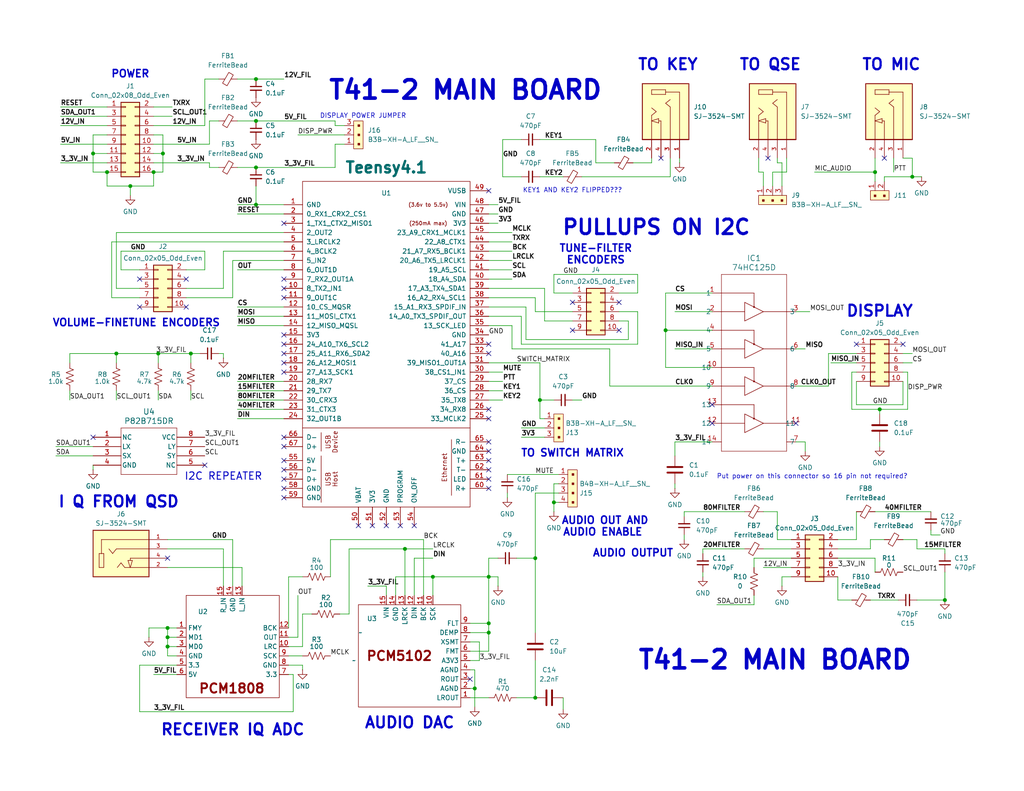
<source format=kicad_sch>
(kicad_sch (version 20231120) (generator "eeschema") (generator_version "8.0")
  (paper "USLetter")
  (title_block (title "T41-2 Main Board") (date "2024-09-17") (rev "1.2"))
  (junction (at 146.05 152.4))
  (junction (at 257.81 163.83))
  (junction (at 41.91 46.99))
  (junction (at 45.72 173.99))
  (junction (at 29.21 46.99))
  (junction (at 181.61 90.17))
  (junction (at 151.13 137.16))
  (junction (at 69.85 45.72))
  (junction (at 52.07 96.52))
  (junction (at 35.56 50.8))
  (junction (at 238.76 46.99))
  (junction (at 44.45 41.91))
  (junction (at 43.18 96.52))
  (junction (at 240.03 111.76))
  (junction (at 69.85 55.88))
  (junction (at 25.4 41.91))
  (junction (at 133.35 172.72))
  (junction (at 45.72 171.45))
  (junction (at 147.32 109.22))
  (junction (at 45.72 176.53))
  (junction (at 69.85 21.59))
  (junction (at 31.75 96.52))
  (junction (at 248.92 48.26))
  (junction (at 69.85 33.02))
  (junction (at 133.35 170.18))
  (junction (at 146.05 190.5))
  (junction (at 129.54 187.96))
  (junction (at 118.11 157.48))
  (junction (at 110.49 149.86))
  (junction (at 133.35 157.48))
  (no_connect (at 97.79 143.51))
  (no_connect (at 77.47 96.52))
  (no_connect (at 77.47 130.81))
  (no_connect (at 133.35 114.3))
  (no_connect (at 168.91 82.55))
  (no_connect (at 133.35 133.35))
  (no_connect (at 133.35 128.27))
  (no_connect (at 133.35 52.07))
  (no_connect (at 77.47 121.92))
  (no_connect (at 209.55 43.18))
  (no_connect (at 77.47 99.06))
  (no_connect (at 38.1 83.82))
  (no_connect (at 77.47 128.27))
  (no_connect (at 77.47 91.44))
  (no_connect (at 133.35 123.19))
  (no_connect (at 105.41 143.51))
  (no_connect (at 25.4 119.38))
  (no_connect (at 77.47 76.2))
  (no_connect (at 133.35 120.65))
  (no_connect (at 77.47 125.73))
  (no_connect (at 45.72 152.4))
  (no_connect (at 50.8 83.82))
  (no_connect (at 246.38 93.98))
  (no_connect (at 113.03 143.51))
  (no_connect (at 101.6 143.51))
  (no_connect (at 77.47 133.35))
  (no_connect (at 77.47 119.38))
  (no_connect (at 38.1 76.2))
  (no_connect (at 55.88 127))
  (no_connect (at 77.47 60.96))
  (no_connect (at 156.21 90.17))
  (no_connect (at 156.21 82.55))
  (no_connect (at 241.3 43.18))
  (no_connect (at 133.35 96.52))
  (no_connect (at 77.47 101.6))
  (no_connect (at 77.47 81.28))
  (no_connect (at 233.68 93.98))
  (no_connect (at 133.35 130.81))
  (no_connect (at 180.34 43.18))
  (no_connect (at 128.27 185.42))
  (no_connect (at 133.35 125.73))
  (no_connect (at 77.47 78.74))
  (no_connect (at 50.8 76.2))
  (no_connect (at 109.22 143.51))
  (no_connect (at 194.31 110.49))
  (no_connect (at 77.47 93.98))
  (no_connect (at 168.91 90.17))
  (no_connect (at 194.31 115.57))
  (no_connect (at 217.17 115.57))
  (no_connect (at 133.35 111.76))
  (no_connect (at 77.47 135.89))
  (no_connect (at 133.35 93.98))
  (wire (pts (xy 208.28 149.86) (xy 215.9 149.86)))
  (wire (pts (xy 80.01 194.31) (xy 80.01 184.15)))
  (wire (pts (xy 257.81 149.86) (xy 257.81 151.13)))
  (wire (pts (xy 233.68 104.14) (xy 233.68 110.49)))
  (wire (pts (xy 172.72 44.45) (xy 177.8 44.45)))
  (wire (pts (xy 78.74 176.53) (xy 82.55 176.53)))
  (wire (pts (xy 182.88 43.18) (xy 182.88 48.26)))
  (wire (pts (xy 254 144.78) (xy 254 146.05)))
  (wire (pts (xy 25.4 36.83) (xy 25.4 41.91)))
  (wire (pts (xy 128.27 180.34) (xy 130.81 180.34)))
  (wire (pts (xy 60.96 78.74) (xy 60.96 68.58)))
  (wire (pts (xy 41.91 29.21) (xy 46.99 29.21)))
  (wire (pts (xy 237.49 149.86) (xy 237.49 147.32)))
  (wire (pts (xy 55.88 68.58) (xy 55.88 73.66)))
  (wire (pts (xy 35.56 50.8) (xy 35.56 53.34)))
  (wire (pts (xy 133.35 83.82) (xy 143.51 83.82)))
  (wire (pts (xy 64.77 33.02) (xy 69.85 33.02)))
  (wire (pts (xy 217.17 120.65) (xy 219.71 120.65)))
  (wire (pts (xy 147.32 99.06) (xy 147.32 109.22)))
  (wire (pts (xy 137.16 38.1) (xy 142.24 38.1)))
  (wire (pts (xy 25.4 41.91) (xy 25.4 46.99)))
  (wire (pts (xy 133.35 157.48) (xy 135.89 157.48)))
  (wire (pts (xy 118.11 157.48) (xy 133.35 157.48)))
  (wire (pts (xy 38.1 181.61) (xy 38.1 194.31)))
  (wire (pts (xy 146.05 180.34) (xy 146.05 190.5)))
  (wire (pts (xy 184.15 95.25) (xy 194.31 95.25)))
  (wire (pts (xy 133.35 55.88) (xy 135.89 55.88)))
  (wire (pts (xy 138.43 134.62) (xy 138.43 135.89)))
  (wire (pts (xy 222.25 46.99) (xy 238.76 46.99)))
  (wire (pts (xy 241.3 49.53) (xy 241.3 48.26)))
  (wire (pts (xy 50.8 81.28) (xy 63.5 81.28)))
  (wire (pts (xy 217.17 85.09) (xy 220.98 85.09)))
  (wire (pts (xy 16.51 31.75) (xy 29.21 31.75)))
  (wire (pts (xy 69.85 55.88) (xy 77.47 55.88)))
  (wire (pts (xy 205.74 162.56) (xy 205.74 165.1)))
  (wire (pts (xy 226.06 96.52) (xy 233.68 96.52)))
  (wire (pts (xy 31.75 96.52) (xy 43.18 96.52)))
  (wire (pts (xy 247.65 111.76) (xy 247.65 101.6)))
  (wire (pts (xy 133.35 157.48) (xy 133.35 170.18)))
  (wire (pts (xy 158.75 48.26) (xy 182.88 48.26)))
  (wire (pts (xy 128.27 177.8) (xy 133.35 177.8)))
  (wire (pts (xy 191.77 156.21) (xy 191.77 157.48)))
  (wire (pts (xy 138.43 129.54) (xy 152.4 129.54)))
  (wire (pts (xy 181.61 90.17) (xy 194.31 90.17)))
  (wire (pts (xy 31.75 99.06) (xy 31.75 96.52)))
  (wire (pts (xy 44.45 41.91) (xy 41.91 41.91)))
  (wire (pts (xy 25.4 127) (xy 25.4 128.27)))
  (wire (pts (xy 241.3 48.26) (xy 248.92 48.26)))
  (wire (pts (xy 38.1 78.74) (xy 31.75 78.74)))
  (wire (pts (xy 185.42 43.18) (xy 185.42 44.45)))
  (wire (pts (xy 228.6 163.83) (xy 232.41 163.83)))
  (wire (pts (xy 57.15 33.02) (xy 57.15 39.37)))
  (wire (pts (xy 107.95 162.56) (xy 107.95 157.48)))
  (wire (pts (xy 15.24 121.92) (xy 25.4 121.92)))
  (wire (pts (xy 133.35 73.66) (xy 139.7 73.66)))
  (wire (pts (xy 41.91 34.29) (xy 55.88 34.29)))
  (wire (pts (xy 45.72 173.99) (xy 45.72 176.53)))
  (wire (pts (xy 30.48 66.04) (xy 30.48 81.28)))
  (wire (pts (xy 64.77 86.36) (xy 77.47 86.36)))
  (wire (pts (xy 140.97 190.5) (xy 146.05 190.5)))
  (wire (pts (xy 217.17 105.41) (xy 226.06 105.41)))
  (wire (pts (xy 57.15 33.02) (xy 59.69 33.02)))
  (wire (pts (xy 140.97 152.4) (xy 146.05 152.4)))
  (wire (pts (xy 110.49 162.56) (xy 110.49 149.86)))
  (wire (pts (xy 113.03 152.4) (xy 118.11 152.4)))
  (wire (pts (xy 133.35 68.58) (xy 139.7 68.58)))
  (wire (pts (xy 66.04 154.94) (xy 66.04 160.02)))
  (wire (pts (xy 208.28 46.99) (xy 208.28 50.8)))
  (wire (pts (xy 246.38 110.49) (xy 246.38 104.14)))
  (wire (pts (xy 250.19 149.86) (xy 257.81 149.86)))
  (wire (pts (xy 137.16 48.26) (xy 137.16 38.1)))
  (wire (pts (xy 41.91 184.15) (xy 48.26 184.15)))
  (wire (pts (xy 181.61 90.17) (xy 181.61 80.01)))
  (wire (pts (xy 92.71 167.64) (xy 95.25 167.64)))
  (wire (pts (xy 166.37 95.25) (xy 166.37 105.41)))
  (wire (pts (xy 184.15 120.65) (xy 194.31 120.65)))
  (wire (pts (xy 186.69 140.97) (xy 186.69 139.7)))
  (wire (pts (xy 156.21 80.01) (xy 151.13 80.01)))
  (wire (pts (xy 30.48 66.04) (xy 77.47 66.04)))
  (wire (pts (xy 63.5 81.28) (xy 63.5 71.12)))
  (wire (pts (xy 133.35 81.28) (xy 146.05 81.28)))
  (wire (pts (xy 237.49 147.32) (xy 241.3 147.32)))
  (wire (pts (xy 146.05 134.62) (xy 146.05 152.4)))
  (wire (pts (xy 214.63 46.99) (xy 214.63 43.18)))
  (wire (pts (xy 29.21 50.8) (xy 35.56 50.8)))
  (wire (pts (xy 205.74 152.4) (xy 215.9 152.4)))
  (wire (pts (xy 129.54 187.96) (xy 129.54 193.04)))
  (wire (pts (xy 210.82 46.99) (xy 214.63 46.99)))
  (wire (pts (xy 82.55 167.64) (xy 82.55 176.53)))
  (wire (pts (xy 142.24 119.38) (xy 148.59 119.38)))
  (wire (pts (xy 81.28 36.83) (xy 93.98 36.83)))
  (wire (pts (xy 238.76 43.18) (xy 238.76 46.99)))
  (wire (pts (xy 139.7 88.9) (xy 139.7 95.25)))
  (wire (pts (xy 82.55 167.64) (xy 85.09 167.64)))
  (wire (pts (xy 40.64 173.99) (xy 40.64 171.45)))
  (wire (pts (xy 181.61 90.17) (xy 181.61 100.33)))
  (wire (pts (xy 148.59 87.63) (xy 156.21 87.63)))
  (wire (pts (xy 29.21 36.83) (xy 25.4 36.83)))
  (wire (pts (xy 78.74 157.48) (xy 82.55 157.48)))
  (wire (pts (xy 64.77 104.14) (xy 77.47 104.14)))
  (wire (pts (xy 91.44 33.02) (xy 91.44 34.29)))
  (wire (pts (xy 69.85 50.8) (xy 69.85 55.88)))
  (wire (pts (xy 171.45 92.71) (xy 171.45 87.63)))
  (wire (pts (xy 64.77 58.42) (xy 77.47 58.42)))
  (wire (pts (xy 208.28 46.99) (xy 207.01 46.99)))
  (wire (pts (xy 133.35 104.14) (xy 137.16 104.14)))
  (wire (pts (xy 168.91 87.63) (xy 171.45 87.63)))
  (wire (pts (xy 228.6 147.32) (xy 233.68 147.32)))
  (wire (pts (xy 90.17 157.48) (xy 90.17 147.32)))
  (wire (pts (xy 238.76 46.99) (xy 238.76 49.53)))
  (wire (pts (xy 151.13 74.93) (xy 151.13 80.01)))
  (wire (pts (xy 59.69 96.52) (xy 60.96 96.52)))
  (wire (pts (xy 156.21 109.22) (xy 158.75 109.22)))
  (wire (pts (xy 173.99 74.93) (xy 173.99 80.01)))
  (wire (pts (xy 128.27 170.18) (xy 133.35 170.18)))
  (wire (pts (xy 135.89 157.48) (xy 135.89 160.02)))
  (wire (pts (xy 128.27 175.26) (xy 130.81 175.26)))
  (wire (pts (xy 186.69 146.05) (xy 186.69 147.32)))
  (wire (pts (xy 63.5 147.32) (xy 63.5 160.02)))
  (wire (pts (xy 250.19 163.83) (xy 257.81 163.83)))
  (wire (pts (xy 133.35 170.18) (xy 133.35 172.72)))
  (wire (pts (xy 44.45 46.99) (xy 41.91 46.99)))
  (wire (pts (xy 38.1 73.66) (xy 33.02 73.66)))
  (wire (pts (xy 232.41 111.76) (xy 240.03 111.76)))
  (wire (pts (xy 212.09 44.45) (xy 213.36 44.45)))
  (wire (pts (xy 90.17 147.32) (xy 115.57 147.32)))
  (wire (pts (xy 78.74 181.61) (xy 82.55 181.61)))
  (wire (pts (xy 105.41 162.56) (xy 105.41 160.02)))
  (wire (pts (xy 248.92 48.26) (xy 251.46 48.26)))
  (wire (pts (xy 69.85 21.59) (xy 77.47 21.59)))
  (wire (pts (xy 240.03 120.65) (xy 240.03 121.92)))
  (wire (pts (xy 213.36 160.02) (xy 213.36 157.48)))
  (wire (pts (xy 168.91 85.09) (xy 173.99 85.09)))
  (wire (pts (xy 133.35 58.42) (xy 135.89 58.42)))
  (wire (pts (xy 247.65 101.6) (xy 246.38 101.6)))
  (wire (pts (xy 57.15 44.45) (xy 57.15 45.72)))
  (wire (pts (xy 143.51 83.82) (xy 143.51 92.71)))
  (wire (pts (xy 212.09 147.32) (xy 215.9 147.32)))
  (wire (pts (xy 78.74 157.48) (xy 78.74 171.45)))
  (wire (pts (xy 64.77 73.66) (xy 77.47 73.66)))
  (wire (pts (xy 52.07 106.68) (xy 52.07 109.22)))
  (wire (pts (xy 246.38 99.06) (xy 248.92 99.06)))
  (wire (pts (xy 64.77 83.82) (xy 77.47 83.82)))
  (wire (pts (xy 41.91 39.37) (xy 57.15 39.37)))
  (wire (pts (xy 208.28 139.7) (xy 212.09 139.7)))
  (wire (pts (xy 137.16 48.26) (xy 142.24 48.26)))
  (wire (pts (xy 152.4 132.08) (xy 151.13 132.08)))
  (wire (pts (xy 257.81 156.21) (xy 257.81 163.83)))
  (wire (pts (xy 248.92 43.18) (xy 248.92 48.26)))
  (wire (pts (xy 38.1 194.31) (xy 80.01 194.31)))
  (wire (pts (xy 45.72 171.45) (xy 45.72 173.99)))
  (wire (pts (xy 19.05 99.06) (xy 19.05 96.52)))
  (wire (pts (xy 41.91 46.99) (xy 41.91 50.8)))
  (wire (pts (xy 191.77 149.86) (xy 191.77 151.13)))
  (wire (pts (xy 133.35 66.04) (xy 139.7 66.04)))
  (wire (pts (xy 25.4 41.91) (xy 29.21 41.91)))
  (wire (pts (xy 212.09 139.7) (xy 212.09 147.32)))
  (wire (pts (xy 181.61 100.33) (xy 194.31 100.33)))
  (wire (pts (xy 113.03 162.56) (xy 113.03 152.4)))
  (wire (pts (xy 208.28 154.94) (xy 215.9 154.94)))
  (wire (pts (xy 246.38 43.18) (xy 248.92 43.18)))
  (wire (pts (xy 147.32 109.22) (xy 147.32 114.3)))
  (wire (pts (xy 151.13 74.93) (xy 173.99 74.93)))
  (wire (pts (xy 133.35 99.06) (xy 147.32 99.06)))
  (wire (pts (xy 45.72 147.32) (xy 63.5 147.32)))
  (wire (pts (xy 91.44 39.37) (xy 93.98 39.37)))
  (wire (pts (xy 151.13 137.16) (xy 151.13 139.7)))
  (wire (pts (xy 43.18 96.52) (xy 43.18 99.06)))
  (wire (pts (xy 78.74 173.99) (xy 81.28 173.99)))
  (wire (pts (xy 146.05 85.09) (xy 156.21 85.09)))
  (wire (pts (xy 213.36 157.48) (xy 215.9 157.48)))
  (wire (pts (xy 80.01 184.15) (xy 78.74 184.15)))
  (wire (pts (xy 210.82 46.99) (xy 210.82 50.8)))
  (wire (pts (xy 25.4 46.99) (xy 29.21 46.99)))
  (wire (pts (xy 45.72 149.86) (xy 60.96 149.86)))
  (wire (pts (xy 29.21 46.99) (xy 29.21 50.8)))
  (wire (pts (xy 45.72 173.99) (xy 48.26 173.99)))
  (wire (pts (xy 63.5 71.12) (xy 77.47 71.12)))
  (wire (pts (xy 142.24 116.84) (xy 148.59 116.84)))
  (wire (pts (xy 41.91 31.75) (xy 46.99 31.75)))
  (wire (pts (xy 151.13 132.08) (xy 151.13 137.16)))
  (wire (pts (xy 81.28 162.56) (xy 81.28 173.99)))
  (wire (pts (xy 78.74 179.07) (xy 82.55 179.07)))
  (wire (pts (xy 139.7 95.25) (xy 166.37 95.25)))
  (wire (pts (xy 64.77 45.72) (xy 69.85 45.72)))
  (wire (pts (xy 128.27 182.88) (xy 129.54 182.88)))
  (wire (pts (xy 44.45 41.91) (xy 44.45 46.99)))
  (wire (pts (xy 233.68 139.7) (xy 233.68 147.32)))
  (wire (pts (xy 207.01 43.18) (xy 207.01 46.99)))
  (wire (pts (xy 95.25 149.86) (xy 110.49 149.86)))
  (wire (pts (xy 31.75 63.5) (xy 77.47 63.5)))
  (wire (pts (xy 184.15 132.08) (xy 184.15 133.35)))
  (wire (pts (xy 45.72 179.07) (xy 48.26 179.07)))
  (wire (pts (xy 33.02 68.58) (xy 33.02 73.66)))
  (wire (pts (xy 19.05 96.52) (xy 31.75 96.52)))
  (wire (pts (xy 44.45 36.83) (xy 44.45 41.91)))
  (wire (pts (xy 246.38 147.32) (xy 250.19 147.32)))
  (wire (pts (xy 33.02 68.58) (xy 55.88 68.58)))
  (wire (pts (xy 118.11 157.48) (xy 118.11 162.56)))
  (wire (pts (xy 133.35 63.5) (xy 139.7 63.5)))
  (wire (pts (xy 181.61 80.01) (xy 194.31 80.01)))
  (wire (pts (xy 232.41 101.6) (xy 232.41 111.76)))
  (wire (pts (xy 43.18 106.68) (xy 43.18 109.22)))
  (wire (pts (xy 48.26 181.61) (xy 38.1 181.61)))
  (wire (pts (xy 64.77 55.88) (xy 69.85 55.88)))
  (wire (pts (xy 55.88 73.66) (xy 50.8 73.66)))
  (wire (pts (xy 128.27 172.72) (xy 133.35 172.72)))
  (wire (pts (xy 146.05 152.4) (xy 146.05 172.72)))
  (wire (pts (xy 226.06 105.41) (xy 226.06 96.52)))
  (wire (pts (xy 147.32 48.26) (xy 153.67 48.26)))
  (wire (pts (xy 60.96 68.58) (xy 77.47 68.58)))
  (wire (pts (xy 133.35 71.12) (xy 139.7 71.12)))
  (wire (pts (xy 60.96 96.52) (xy 60.96 97.79)))
  (wire (pts (xy 168.91 80.01) (xy 173.99 80.01)))
  (wire (pts (xy 173.99 93.98) (xy 173.99 85.09)))
  (wire (pts (xy 64.77 106.68) (xy 77.47 106.68)))
  (wire (pts (xy 64.77 111.76) (xy 77.47 111.76)))
  (wire (pts (xy 16.51 29.21) (xy 29.21 29.21)))
  (wire (pts (xy 186.69 139.7) (xy 203.2 139.7)))
  (wire (pts (xy 38.1 81.28) (xy 30.48 81.28)))
  (wire (pts (xy 95.25 167.64) (xy 95.25 149.86)))
  (wire (pts (xy 142.24 86.36) (xy 142.24 93.98)))
  (wire (pts (xy 184.15 120.65) (xy 184.15 124.46)))
  (wire (pts (xy 41.91 36.83) (xy 44.45 36.83)))
  (wire (pts (xy 238.76 139.7) (xy 254 139.7)))
  (wire (pts (xy 31.75 63.5) (xy 31.75 78.74)))
  (wire (pts (xy 133.35 109.22) (xy 137.16 109.22)))
  (wire (pts (xy 133.35 101.6) (xy 137.16 101.6)))
  (wire (pts (xy 243.84 43.18) (xy 243.84 46.99)))
  (wire (pts (xy 91.44 34.29) (xy 93.98 34.29)))
  (wire (pts (xy 16.51 44.45) (xy 29.21 44.45)))
  (wire (pts (xy 153.67 190.5) (xy 153.67 193.675)))
  (wire (pts (xy 184.15 85.09) (xy 194.31 85.09)))
  (wire (pts (xy 52.07 96.52) (xy 54.61 96.52)))
  (wire (pts (xy 240.03 111.76) (xy 247.65 111.76)))
  (wire (pts (xy 147.32 38.1) (xy 162.56 38.1)))
  (wire (pts (xy 16.51 34.29) (xy 29.21 34.29)))
  (wire (pts (xy 148.59 78.74) (xy 148.59 87.63)))
  (wire (pts (xy 57.15 45.72) (xy 59.69 45.72)))
  (wire (pts (xy 217.17 95.25) (xy 219.71 95.25)))
  (wire (pts (xy 254 146.05) (xy 256.54 146.05)))
  (wire (pts (xy 16.51 39.37) (xy 29.21 39.37)))
  (wire (pts (xy 129.54 182.88) (xy 129.54 187.96)))
  (wire (pts (xy 82.55 181.61) (xy 82.55 182.88)))
  (wire (pts (xy 195.58 165.1) (xy 205.74 165.1)))
  (wire (pts (xy 64.77 21.59) (xy 69.85 21.59)))
  (wire (pts (xy 143.51 92.71) (xy 171.45 92.71)))
  (wire (pts (xy 212.09 43.18) (xy 212.09 44.45)))
  (wire (pts (xy 228.6 152.4) (xy 238.76 152.4)))
  (wire (pts (xy 133.35 86.36) (xy 142.24 86.36)))
  (wire (pts (xy 246.38 96.52) (xy 248.92 96.52)))
  (wire (pts (xy 64.77 109.22) (xy 77.47 109.22)))
  (wire (pts (xy 45.72 154.94) (xy 66.04 154.94)))
  (wire (pts (xy 107.95 157.48) (xy 118.11 157.48)))
  (wire (pts (xy 237.49 163.83) (xy 245.11 163.83)))
  (wire (pts (xy 133.35 78.74) (xy 148.59 78.74)))
  (wire (pts (xy 133.35 177.8) (xy 133.35 172.72)))
  (wire (pts (xy 69.85 45.72) (xy 91.44 45.72)))
  (wire (pts (xy 133.35 152.4) (xy 135.89 152.4)))
  (wire (pts (xy 162.56 44.45) (xy 167.64 44.45)))
  (wire (pts (xy 162.56 38.1) (xy 162.56 44.45)))
  (wire (pts (xy 147.32 109.22) (xy 151.13 109.22)))
  (wire (pts (xy 50.8 78.74) (xy 60.96 78.74)))
  (wire (pts (xy 91.44 45.72) (xy 91.44 39.37)))
  (wire (pts (xy 152.4 137.16) (xy 151.13 137.16)))
  (wire (pts (xy 55.88 21.59) (xy 55.88 34.29)))
  (wire (pts (xy 130.81 180.34) (xy 130.81 175.26)))
  (wire (pts (xy 110.49 149.86) (xy 118.11 149.86)))
  (wire (pts (xy 147.32 114.3) (xy 148.59 114.3)))
  (wire (pts (xy 133.35 88.9) (xy 139.7 88.9)))
  (wire (pts (xy 152.4 134.62) (xy 146.05 134.62)))
  (wire (pts (xy 191.77 149.86) (xy 203.2 149.86)))
  (wire (pts (xy 219.71 120.65) (xy 219.71 123.19)))
  (wire (pts (xy 64.77 114.3) (xy 77.47 114.3)))
  (wire (pts (xy 52.07 96.52) (xy 52.07 99.06)))
  (wire (pts (xy 55.88 21.59) (xy 59.69 21.59)))
  (wire (pts (xy 226.695 99.06) (xy 233.68 99.06)))
  (wire (pts (xy 213.36 44.45) (xy 213.36 50.8)))
  (wire (pts (xy 233.68 110.49) (xy 246.38 110.49)))
  (wire (pts (xy 146.05 81.28) (xy 146.05 85.09)))
  (wire (pts (xy 60.96 149.86) (xy 60.96 160.02)))
  (wire (pts (xy 128.27 187.96) (xy 129.54 187.96)))
  (wire (pts (xy 205.74 154.94) (xy 205.74 152.4)))
  (wire (pts (xy 31.75 106.68) (xy 31.75 109.22)))
  (wire (pts (xy 19.05 106.68) (xy 19.05 109.22)))
  (wire (pts (xy 35.56 50.8) (xy 41.91 50.8)))
  (wire (pts (xy 142.24 93.98) (xy 173.99 93.98)))
  (wire (pts (xy 115.57 147.32) (xy 115.57 162.56)))
  (wire (pts (xy 41.91 44.45) (xy 57.15 44.45)))
  (wire (pts (xy 45.72 176.53) (xy 48.26 176.53)))
  (wire (pts (xy 133.35 106.68) (xy 137.16 106.68)))
  (wire (pts (xy 100.33 160.02) (xy 105.41 160.02)))
  (wire (pts (xy 240.03 111.76) (xy 240.03 113.03)))
  (wire (pts (xy 166.37 105.41) (xy 194.31 105.41)))
  (wire (pts (xy 228.6 149.86) (xy 237.49 149.86)))
  (wire (pts (xy 45.72 176.53) (xy 45.72 179.07)))
  (wire (pts (xy 48.26 171.45) (xy 45.72 171.45)))
  (wire (pts (xy 233.68 101.6) (xy 232.41 101.6)))
  (wire (pts (xy 133.35 157.48) (xy 133.35 152.4)))
  (wire (pts (xy 43.18 96.52) (xy 52.07 96.52)))
  (wire (pts (xy 177.8 43.18) (xy 177.8 44.45)))
  (wire (pts (xy 228.6 157.48) (xy 228.6 163.83)))
  (wire (pts (xy 69.85 33.02) (xy 91.44 33.02)))
  (wire (pts (xy 133.35 60.96) (xy 135.89 60.96)))
  (wire (pts (xy 133.35 76.2) (xy 139.7 76.2)))
  (wire (pts (xy 40.64 171.45) (xy 45.72 171.45)))
  (wire (pts (xy 64.77 88.9) (xy 77.47 88.9)))
  (wire (pts (xy 250.19 147.32) (xy 250.19 149.86)))
  (wire (pts (xy 238.76 152.4) (xy 238.76 156.21)))
  (wire (pts (xy 15.24 124.46) (xy 25.4 124.46)))
  (wire (pts (xy 128.27 190.5) (xy 133.35 190.5)))
  (text "TO QSE" (at 210.185 17.78 0) (effects (font (size 3 3) (bold yes))))
  (text "ENCODERS" (at 162.56 71.12 0) (effects (font (size 2 2) (bold yes))))
  (text "TO SWITCH MATRIX" (at 156.21 123.825 0) (effects (font (size 2 2) (bold yes))))
  (text "VOLUME-FINETUNE" (at 28.575 88.265 0) (effects (font (size 2 2) (bold yes))))
  (text "I2C REPEATER" (at 60.96 130.175 0) (effects (font (size 2 2) (thickness 0.254) (bold yes))))
  (text "TO MIC" (at 243.205 17.78 0) (effects (font (size 3 3) (bold yes))))
  (text "AUDIO OUT AND" (at 165.1 142.24 0) (effects (font (size 2 2) (bold yes))))
  (text "I Q FROM QSD" (at 32.385 137.16 0) (effects (font (size 3 3) (thickness 0.6) (bold yes))))
  (text "TUNE-FILTER" (at 162.56 67.945 0) (effects (font (size 2 2) (thickness 0.4) (bold yes))))
  (text "ENCODERS" (at 52.07 88.265 0) (effects (font (size 2 2) (bold yes))))
  (text "DISPLAY POWER JUMPER" (at 99.06 31.75 0) (effects (font (size 1.27 1.27))))
  (text "RECEIVER IQ ADC" (at 63.5 199.39 0) (effects (font (size 3 3) (bold yes))))
  (text "DISPLAY" (at 240.03 85.09 0) (effects (font (size 3 3) (thickness 0.6) (bold yes))))
  (text "AUDIO OUTPUT" (at 172.72 151.13 0) (effects (font (size 2 2) (thickness 0.4) (bold yes))))
  (text "TO KEY" (at 182.245 17.78 0) (effects (font (size 3 3) (bold yes))))
  (text "KEY1 AND KEY2 FLIPPED???" (at 156.21 52.07 0) (effects (font (size 1.27 1.27))))
  (text "T41-2 MAIN BOARD" (at 127 24.765 0) (effects (font (size 5 5) (bold yes))))
  (text "PULLUPS ON I2C" (at 179.07 62.23 0) (effects (font (size 4 4) (thickness 0.8) (bold yes))))
  (text "AUDIO ENABLE" (at 164.465 145.415 0) (effects (font (size 2 2) (bold yes))))
  (text "T41-2 MAIN BOARD" (at 211.455 180.34 0) (effects (font (size 5 5) (bold yes))))
  (text "Put power on this connector so 16 pin not required?" (at 221.615 130.175 0) (effects (font (size 1.27 1.27))))
  (text "AUDIO DAC" (at 111.76 197.485 0) (effects (font (size 3 3) (bold yes))))
  (text "POWER" (at 35.56 20.32 0) (effects (font (size 2 2) (bold yes))))
  (label "SCL" (at 55.88 124.46 0))
  (label "GND" (at 142.24 116.84 0) (effects (font (bold yes))))
  (label "LRCLK" (at 118.11 149.86 0))
  (label "3_3V_FIL" (at 184.15 120.65 0) (effects (font (bold yes))))
  (label "GND" (at 133.35 91.44 0))
  (label "GND" (at 238.125 110.49 0))
  (label "GND" (at 256.54 146.05 0))
  (label "3_3V_FIL" (at 42.545 96.52 0))
  (label "3_3V_FIL" (at 77.47 45.72 0) (effects (font (bold yes))))
  (label "BCK" (at 139.7 68.58 0) (effects (font (thickness 0.254) (bold yes))))
  (label "PTT" (at 137.16 104.14 0) (effects (font (bold yes))))
  (label "20MFILTER" (at 64.77 104.14 0) (effects (font (bold yes))))
  (label "SDA" (at 139.7 76.2 0) (effects (font (bold yes))))
  (label "TXRX" (at 239.395 163.83 0) (effects (font (bold yes))))
  (label "OUT" (at 81.28 162.56 0))
  (label "LRCLK" (at 139.7 71.12 0) (effects (font (thickness 0.254) (bold yes))))
  (label "5V_IN" (at 16.51 39.37 0) (effects (font (bold yes))))
  (label "SWITCH_MATRIX" (at 140.97 99.06 0))
  (label "SDA_OUT1" (at 16.51 31.75 0) (effects (font (bold yes))))
  (label "DIN" (at 118.11 152.4 0) (effects (font (bold yes))))
  (label "MISO_IN" (at 226.695 99.06 0) (effects (font (thickness 0.254) (bold yes))))
  (label "SDA_OUT1" (at 19.05 109.22 0))
  (label "SDA_OUT1" (at 195.58 165.1 0))
  (label "SCL" (at 139.7 73.66 0) (effects (font (bold yes))))
  (label "GND" (at 57.785 147.32 0) (effects (font (bold yes))))
  (label "3V3" (at 142.24 119.38 0) (effects (font (bold yes))))
  (label "GND" (at 135.89 58.42 0) (effects (font (bold yes))))
  (label "MCLK" (at 90.17 179.07 0))
  (label "CLK0" (at 184.15 105.41 0) (effects (font (bold yes))))
  (label "3_3V_IN" (at 16.51 44.45 0) (effects (font (bold yes))))
  (label "80MFILTER" (at 64.77 109.22 0) (effects (font (bold yes))))
  (label "40MFILTER" (at 241.3 139.7 0) (effects (font (bold yes))))
  (label "MUTE" (at 137.16 101.6 0) (effects (font (thickness 0.254) (bold yes))))
  (label "KEY1" (at 137.16 106.68 0) (effects (font (bold yes))))
  (label "MUTE" (at 146.05 129.54 0))
  (label "SDA" (at 43.18 109.22 0))
  (label "CS" (at 184.15 80.01 0) (effects (font (bold yes))))
  (label "GND" (at 158.75 109.22 0) (effects (font (bold yes))))
  (label "PTT" (at 243.84 46.99 0))
  (label "DISP_PWR" (at 81.28 36.83 0))
  (label "15MFILTER" (at 252.095 149.86 0) (effects (font (bold yes))))
  (label "MOSI" (at 184.15 85.09 0) (effects (font (bold yes))))
  (label "20MFILTER" (at 191.77 149.86 0) (effects (font (bold yes))))
  (label "SCL_OUT1" (at 246.38 156.21 0))
  (label "MISO" (at 64.77 88.9 0) (effects (font (bold yes))))
  (label "SDA_OUT1" (at 15.24 121.92 0))
  (label "SCL_OUT1" (at 46.99 31.75 0) (effects (font (bold yes))))
  (label "12V_IN" (at 208.28 154.94 0))
  (label "SDA" (at 15.24 124.46 0))
  (label "MOSI_OUT" (at 248.92 96.52 0))
  (label "CLK0_OUT" (at 218.44 105.41 0) (effects (font (bold yes))))
  (label "DISP_PWR" (at 247.65 106.68 0))
  (label "12V_IN" (at 16.51 34.29 0) (effects (font (bold yes))))
  (label "3_3V_FIL" (at 100.33 160.02 0) (effects (font (bold yes))))
  (label "GND" (at 35.56 68.58 0) (effects (font (bold yes))))
  (label "SCL" (at 52.07 109.22 0))
  (label "DIN" (at 64.77 114.3 0) (effects (font (bold yes))))
  (label "BCK" (at 115.57 147.32 0))
  (label "GND" (at 153.67 74.93 0))
  (label "KEY1" (at 148.59 38.1 0) (effects (font (bold yes))))
  (label "5V_FIL" (at 41.91 184.15 0) (effects (font (bold yes))))
  (label "SCL_OUT1" (at 31.75 109.22 0))
  (label "KEY2" (at 137.16 109.22 0) (effects (font (bold yes))))
  (label "12V_IN" (at 46.99 34.29 0) (effects (font (bold yes))))
  (label "40MFILTER" (at 64.77 111.76 0) (effects (font (bold yes))))
  (label "MOSI_OUT" (at 220.98 85.09 0))
  (label "MISO" (at 219.71 95.25 0) (effects (font (bold yes))))
  (label "80MFILTER" (at 191.77 139.7 0) (effects (font (bold yes))))
  (label "3_3V_FIL" (at 130.81 180.34 0))
  (label "TXRX" (at 46.99 29.21 0) (effects (font (bold yes))))
  (label "12V_FIL" (at 77.47 21.59 0) (effects (font (bold yes))))
  (label "RESET" (at 16.51 29.21 0) (effects (font (bold yes))))
  (label "3_3V_FIL" (at 41.91 194.31 0) (effects (font (bold yes))))
  (label "CS" (at 248.92 99.06 0))
  (label "5V_FIL" (at 135.89 55.88 0) (effects (font (bold yes))))
  (label "RESET" (at 64.77 58.42 0) (effects (font (bold yes))))
  (label "SCL_OUT1" (at 55.88 121.92 0))
  (label "KEY2" (at 148.59 48.26 0) (effects (font (bold yes))))
  (label "3V3" (at 135.89 60.96 0) (effects (font (thickness 0.254) (bold yes))))
  (label "MIC_AUDIO" (at 222.25 46.99 0))
  (label "CS" (at 64.77 83.82 0) (effects (font (bold yes))))
  (label "3_3V_IN" (at 228.6 154.94 0))
  (label "3_3V_IN" (at 48.26 44.45 0) (effects (font (bold yes))))
  (label "GND" (at 64.77 55.88 0) (effects (font (bold yes))))
  (label "GND" (at 137.16 43.18 0) (effects (font (bold yes))))
  (label "5V_FIL" (at 77.47 33.02 0) (effects (font (bold yes))))
  (label "3_3V_FIL" (at 55.88 119.38 0))
  (label "MISO_IN" (at 184.15 95.25 0) (effects (font (thickness 0.254) (bold yes))))
  (label "OUT" (at 64.77 73.66 0) (effects (font (bold yes))))
  (label "15MFILTER" (at 64.77 106.68 0) (effects (font (bold yes))))
  (label "5V_IN" (at 48.26 39.37 0) (effects (font (bold yes))))
  (label "TXRX" (at 139.7 66.04 0) (effects (font (bold yes))))
  (label "MOSI" (at 64.77 86.36 0) (effects (font (bold yes))))
  (label "MCLK" (at 139.7 63.5 0) (effects (font (thickness 0.254) (bold yes))))
  (symbol (lib_id "Connector_Generic:Conn_02x05_Odd_Even") (at 161.29 85.09 0) (unit 1)
    (property "Reference" "J4" (at 162.56 73.66 0))
    (property "Value" "Conn_02x05_Odd_Even" (at 162.56 76.835 0))
    (property "Footprint" "Connector_IDC:IDC-Header_2x05_P2.54mm_Vertical" (effects (hide yes)))
    (property "Description" "Generic connector, double row, 02x05, odd/even pin numbering scheme (row 1 odd numbers, row 2 even numbers), script generated (kicad-library-utils/schlib/autogen/connector/)" (effects (hide yes)))
  )
  (symbol (lib_id "Device:FerriteBead_Small") (at 156.21 48.26 90) (unit 1)
    (property "Reference" "FB5" (at 156.1719 41.91 90))
    (property "Value" "FerriteBead" (at 156.1719 44.45 90))
    (property "Footprint" "Inductor_SMD:L_1206_3216Metric" (effects (hide yes)))
    (property "Description" "Ferrite bead, small symbol" (effects (hide yes)))
  )
  (symbol (lib_id "power:GND") (at 60.96 97.79 0) (unit 1)
    (property "Reference" "#PWR022" (effects (hide yes)))
    (property "Value" "GND" (at 60.96 102.235 0))
    (property "Description" "Power symbol creates a global label with name \"GND\" , ground" (effects (hide yes)))
  )
  (symbol (lib_id "SJ-3524-SMT:SJ-3524-SMT") (at 209.55 30.48 270) (unit 1)
    (property "Reference" "J7" (at 218.44 29.2099 90) (effects (justify left)))
    (property "Value" "SJ-3524-SMT" (at 218.44 31.7499 90) (effects (justify left)))
    (property "Footprint" "SJ-3524-SMT:CUI_SJ-3524-SMT" (effects (hide yes)))
    (property "STANDARD" "Manufacturer recommendations" (effects (hide yes)))
    (property "PARTREV" "1.03" (effects (hide yes)))
    (property "MF" "CUI Inc" (effects (hide yes)))
  )
  (symbol (lib_id "Device:FerriteBead_Small") (at 205.74 149.86 90) (unit 1)
    (property "Reference" "FB7" (at 205.7019 143.51 90))
    (property "Value" "FerriteBead" (at 205.7019 146.05 90))
    (property "Footprint" "Inductor_SMD:L_1206_3216Metric" (effects (hide yes)))
    (property "Description" "Ferrite bead, small symbol" (effects (hide yes)))
  )
  (symbol (lib_id "Device:C") (at 240.03 116.84 0) (unit 1)
    (property "Reference" "C18" (at 243.84 115.5699 0) (effects (justify left)))
    (property "Value" "0.1uF" (at 243.84 118.1099 0) (effects (justify left)))
    (property "Footprint" "Capacitor_SMD:C_1206_3216Metric" (effects (hide yes)))
    (property "Description" "Unpolarized capacitor" (effects (hide yes)))
  )
  (symbol (lib_id "power:GND") (at 240.03 121.92 0) (unit 1)
    (property "Reference" "#PWR023" (effects (hide yes)))
    (property "Value" "GND" (at 240.03 126.365 0))
    (property "Description" "Power symbol creates a global label with name \"GND\" , ground" (effects (hide yes)))
  )
  (symbol (lib_id "power:GND") (at 186.69 147.32 0) (unit 1)
    (property "Reference" "#PWR018" (effects (hide yes)))
    (property "Value" "GND" (at 186.69 151.765 0))
    (property "Description" "Power symbol creates a global label with name \"GND\" , ground" (effects (hide yes)))
  )
  (symbol (lib_id "Device:R_US") (at 88.9 167.64 90) (unit 1)
    (property "Reference" "R2" (at 88.9 163.195 90))
    (property "Value" "100" (at 88.9 165.1 90))
    (property "Footprint" "Resistor_SMD:R_1206_3216Metric" (effects (hide yes)))
    (property "Description" "Resistor, US symbol" (effects (hide yes)))
  )
  (symbol (lib_id "SJ-3524-SMT:SJ-3524-SMT") (at 241.3 30.48 270) (unit 1)
    (property "Reference" "J8" (at 250.825 29.2099 90) (effects (justify left)))
    (property "Value" "SJ-3524-SMT" (at 250.825 31.7499 90) (effects (justify left)))
    (property "Footprint" "SJ-3524-SMT:CUI_SJ-3524-SMT" (effects (hide yes)))
    (property "STANDARD" "Manufacturer recommendations" (effects (hide yes)))
    (property "PARTREV" "1.03" (effects (hide yes)))
    (property "MF" "CUI Inc" (effects (hide yes)))
  )
  (symbol (lib_id "Connector_Generic:Conn_02x08_Odd_Even") (at 34.29 36.83 0) (unit 1)
    (property "Reference" "J1" (at 35.56 23.495 0))
    (property "Value" "Conn_02x08_Odd_Even" (at 35.56 26.035 0))
    (property "Footprint" "Connector_IDC:IDC-Header_2x08_P2.54mm_Vertical" (effects (hide yes)))
    (property "Description" "Generic connector, double row, 02x08, odd/even pin numbering scheme (row 1 odd numbers, row 2 even numbers), script generated (kicad-library-utils/schlib/autogen/connector/)" (effects (hide yes)))
  )
  (symbol (lib_id "SJ-3524-SMT:SJ-3524-SMT") (at 33.02 152.4 0) (unit 1)
    (property "Reference" "J6" (at 33.02 140.335 0))
    (property "Value" "SJ-3524-SMT" (at 33.02 142.875 0))
    (property "Footprint" "SJ-3524-SMT:CUI_SJ-3524-SMT" (effects (hide yes)))
    (property "STANDARD" "Manufacturer recommendations" (effects (hide yes)))
    (property "PARTREV" "1.03" (effects (hide yes)))
    (property "MF" "CUI Inc" (effects (hide yes)))
  )
  (symbol (lib_id "P82B715:P82B715DR") (at 40.64 123.19 0) (unit 1)
    (property "Reference" "U4" (at 40.64 112.395 0) (effects (font (size 1.524 1.524))))
    (property "Value" "P82B715DR" (at 40.64 114.935 0) (effects (font (size 1.524 1.524))))
    (property "Footprint" "Package_SO:SOIC-8_3.9x4.9mm_P1.27mm" (effects (hide yes)))
    (property "Datasheet" "P82B715DR" (effects (hide yes)))
  )
  (symbol (lib_id "SJ-3524-SMT:SJ-3524-SMT") (at 180.34 30.48 270) (unit 1)
    (property "Reference" "J10" (at 189.23 29.2099 90) (effects (justify left)))
    (property "Value" "SJ-3524-SMT" (at 189.23 31.7499 90) (effects (justify left)))
    (property "Footprint" "SJ-3524-SMT:CUI_SJ-3524-SMT" (effects (hide yes)))
    (property "STANDARD" "Manufacturer recommendations" (effects (hide yes)))
    (property "PARTREV" "1.03" (effects (hide yes)))
    (property "MF" "CUI Inc" (effects (hide yes)))
  )
  (symbol (lib_id "Device:C_Small") (at 153.67 109.22 90) (unit 1)
    (property "Reference" "C3" (at 153.6763 102.87 90))
    (property "Value" "470pF" (at 153.6763 105.41 90))
    (property "Footprint" "Capacitor_SMD:C_1206_3216Metric" (effects (hide yes)))
    (property "Description" "Unpolarized capacitor, small symbol" (effects (hide yes)))
  )
  (symbol (lib_id "Device:R_US") (at 242.57 156.21 90) (unit 1)
    (property "Reference" "R11" (at 242.57 152.4 90))
    (property "Value" "0" (at 242.57 154.305 90))
    (property "Footprint" "Resistor_SMD:R_1206_3216Metric" (effects (hide yes)))
    (property "Description" "Resistor, US symbol" (effects (hide yes)))
  )
  (symbol (lib_id "Device:FerriteBead_Small") (at 234.95 163.83 90) (unit 1)
    (property "Reference" "FB10" (at 234.9119 157.48 90))
    (property "Value" "FerriteBead" (at 234.9119 160.02 90))
    (property "Footprint" "Inductor_SMD:L_1206_3216Metric" (effects (hide yes)))
    (property "Description" "Ferrite bead, small symbol" (effects (hide yes)))
  )
  (symbol (lib_id "Device:C_Small") (at 69.85 24.13 0) (unit 1)
    (property "Reference" "C4" (at 72.39 22.8662 0) (effects (justify left)))
    (property "Value" "0.1uF" (at 72.39 25.4062 0) (effects (justify left)))
    (property "Footprint" "Capacitor_SMD:C_1206_3216Metric" (effects (hide yes)))
    (property "Description" "Unpolarized capacitor, small symbol" (effects (hide yes)))
  )
  (symbol (lib_id "power:GND") (at 219.71 123.19 0) (unit 1)
    (property "Reference" "#PWR02" (effects (hide yes)))
    (property "Value" "GND" (at 219.71 127.635 0))
    (property "Description" "Power symbol creates a global label with name \"GND\" , ground" (effects (hide yes)))
  )
  (symbol (lib_id "power:GND") (at 185.42 44.45 0) (unit 1)
    (property "Reference" "#PWR010" (effects (hide yes)))
    (property "Value" "GND" (at 185.42 48.895 0))
    (property "Description" "Power symbol creates a global label with name \"GND\" , ground" (effects (hide yes)))
  )
  (symbol (lib_id "Device:C_Small") (at 57.15 96.52 90) (unit 1)
    (property "Reference" "C17" (at 57.15 90.17 90))
    (property "Value" "0.1uF" (at 57.15 92.71 90))
    (property "Footprint" "Capacitor_SMD:C_1206_3216Metric" (effects (hide yes)))
    (property "Description" "Unpolarized capacitor, small symbol" (effects (hide yes)))
  )
  (symbol (lib_id "Device:C_Small") (at 138.43 132.08 180) (unit 1)
    (property "Reference" "C16" (at 140.97 130.8035 0) (effects (justify right)))
    (property "Value" "470pF" (at 140.97 133.3435 0) (effects (justify right)))
    (property "Footprint" "Capacitor_SMD:C_1206_3216Metric" (effects (hide yes)))
    (property "Description" "Unpolarized capacitor, small symbol" (effects (hide yes)))
  )
  (symbol (lib_id "Device:FerriteBead_Small") (at 243.84 147.32 90) (unit 1)
    (property "Reference" "FB9" (at 243.8019 140.97 90))
    (property "Value" "FerriteBead" (at 243.8019 143.51 90))
    (property "Footprint" "Inductor_SMD:L_1206_3216Metric" (effects (hide yes)))
    (property "Description" "Ferrite bead, small symbol" (effects (hide yes)))
  )
  (symbol (lib_id "power:GND") (at 257.81 163.83 0) (unit 1)
    (property "Reference" "#PWR019" (effects (hide yes)))
    (property "Value" "GND" (at 257.81 168.275 0))
    (property "Description" "Power symbol creates a global label with name \"GND\" , ground" (effects (hide yes)))
  )
  (symbol (lib_id "power:GND") (at 191.77 157.48 0) (unit 1)
    (property "Reference" "#PWR017" (effects (hide yes)))
    (property "Value" "GND" (at 191.77 161.925 0))
    (property "Description" "Power symbol creates a global label with name \"GND\" , ground" (effects (hide yes)))
  )
  (symbol (lib_id "Device:C") (at 184.15 128.27 0) (unit 1)
    (property "Reference" "C1" (at 187.96 126.9999 0) (effects (justify left)))
    (property "Value" "0.1uF" (at 187.96 129.5399 0) (effects (justify left)))
    (property "Footprint" "Capacitor_SMD:C_1206_3216Metric" (effects (hide yes)))
    (property "Description" "Unpolarized capacitor" (effects (hide yes)))
  )
  (symbol (lib_id "teensy:Teensy4.1") (at 105.41 110.49 0) (unit 1)
    (property "Reference" "U1" (at 105.41 52.705 0))
    (property "Value" "Teensy4.1" (at 105.41 45.72 0) (effects (font (size 3 3) (bold yes))))
    (property "Footprint" "teensy:Teensy41" (effects (hide yes)))
  )
  (symbol (lib_id "Device:R_US") (at 52.07 102.87 180) (unit 1)
    (property "Reference" "R6" (at 48.26 102.235 0))
    (property "Value" "4.7k" (at 48.26 104.14 0))
    (property "Footprint" "Resistor_SMD:R_1206_3216Metric" (effects (hide yes)))
    (property "Description" "Resistor, US symbol" (effects (hide yes)))
  )
  (symbol (lib_id "power:GND") (at 151.13 139.7 0) (unit 1)
    (property "Reference" "#PWR014" (effects (hide yes)))
    (property "Value" "GND" (at 151.13 144.145 0))
    (property "Description" "Power symbol creates a global label with name \"GND\" , ground" (effects (hide yes)))
  )
  (symbol (lib_id "Device:C_Small") (at 186.69 143.51 180) (unit 1)
    (property "Reference" "C10" (at 189.865 142.2335 0) (effects (justify right)))
    (property "Value" "470pF" (at 189.865 144.7735 0) (effects (justify right)))
    (property "Footprint" "Capacitor_SMD:C_1206_3216Metric" (effects (hide yes)))
    (property "Description" "Unpolarized capacitor, small symbol" (effects (hide yes)))
  )
  (symbol (lib_id "Device:C") (at 149.86 190.5 270) (unit 1)
    (property "Reference" "C14" (at 149.86 182.88 90))
    (property "Value" "2.2nF" (at 149.86 185.42 90))
    (property "Footprint" "Capacitor_SMD:C_1206_3216Metric" (effects (hide yes)))
    (property "Description" "Unpolarized capacitor" (effects (hide yes)))
  )
  (symbol (lib_id "power:GND") (at 69.85 26.67 0) (unit 1)
    (property "Reference" "#PWR013" (effects (hide yes)))
    (property "Value" "GND" (at 69.85 31.115 0))
    (property "Description" "Power symbol creates a global label with name \"GND\" , ground" (effects (hide yes)))
  )
  (symbol (lib_id "Device:C_Small") (at 257.81 153.67 180) (unit 1)
    (property "Reference" "C13" (at 260.35 152.4 0) (effects (justify right)))
    (property "Value" "470pF" (at 260.35 154.94 0) (effects (justify right)))
    (property "Footprint" "Capacitor_SMD:C_1206_3216Metric" (effects (hide yes)))
    (property "Description" "Unpolarized capacitor, small symbol" (effects (hide yes)))
  )
  (symbol (lib_id "Device:C") (at 146.05 176.53 180) (unit 1)
    (property "Reference" "C2" (at 149.86 175.2599 0) (effects (justify right)))
    (property "Value" "10uF" (at 149.86 177.7999 0) (effects (justify right)))
    (property "Footprint" "Capacitor_SMD:C_1206_3216Metric" (effects (hide yes)))
    (property "Description" "Unpolarized capacitor" (effects (hide yes)))
  )
  (symbol (lib_id "PCM5102_module:PCM5102_module") (at 111.76 179.07 0) (unit 1)
    (property "Reference" "U3" (at 102.87 168.91 0) (effects (justify right)))
    (property "Value" "~" (at 97.155 180.34 0) (effects (justify right)))
    (property "Footprint" "PCM5102_module:PCM5102_module" (effects (hide yes)))
  )
  (symbol (lib_id "Device:FerriteBead_Small") (at 236.22 139.7 90) (unit 1)
    (property "Reference" "FB8" (at 236.1819 133.35 90))
    (property "Value" "FerriteBead" (at 236.1819 135.89 90))
    (property "Footprint" "Inductor_SMD:L_1206_3216Metric" (effects (hide yes)))
    (property "Description" "Ferrite bead, small symbol" (effects (hide yes)))
  )
  (symbol (lib_id "dk_Rectangular-Connectors-Headers-Male-Pins:B3B-XH-A_LF__SN_") (at 96.52 39.37 90) (unit 1)
    (property "Reference" "J16" (at 100.33 35.5599 90) (effects (justify right)))
    (property "Value" "B3B-XH-A_LF__SN_" (at 100.33 38.0999 90) (effects (justify right)))
    (property "Footprint" "digikey-footprints:PinHeader_1x3_P2.5mm_Drill1.1mm" (effects (hide yes)))
    (property "Datasheet" "http://www.jst-mfg.com/product/pdf/eng/eXH.pdf" (effects (hide yes)))
    (property "Description" "CONN HEADER VERT 3POS 2.5MM" (effects (hide yes)))
    (property "Digi-Key_PN" "455-2248-ND" (effects (hide yes)))
    (property "MPN" "B3B-XH-A(LF)(SN)" (effects (hide yes)))
    (property "Category" "Connectors, Interconnects" (effects (hide yes)))
    (property "Family" "Rectangular Connectors - Headers, Male Pins" (effects (hide yes)))
    (property "DK_Datasheet_Link" "http://www.jst-mfg.com/product/pdf/eng/eXH.pdf" (effects (hide yes)))
    (property "DK_Detail_Page" "/product-detail/en/jst-sales-america-inc/B3B-XH-A(LF)(SN)/455-2248-ND/1651046" (effects (hide yes)))
    (property "Description_1" "CONN HEADER VERT 3POS 2.5MM" (effects (hide yes)))
    (property "Manufacturer" "JST Sales America Inc." (effects (hide yes)))
    (property "Status" "Active" (effects (hide yes)))
  )
  (symbol (lib_id "Device:R_US") (at 205.74 158.75 180) (unit 1)
    (property "Reference" "R10" (at 201.93 157.48 0))
    (property "Value" "0" (at 201.93 160.02 0))
    (property "Footprint" "Resistor_SMD:R_1206_3216Metric" (effects (hide yes)))
    (property "Description" "Resistor, US symbol" (effects (hide yes)))
  )
  (symbol (lib_id "power:GND") (at 153.67 193.675 0) (unit 1)
    (property "Reference" "#PWR016" (effects (hide yes)))
    (property "Value" "GND" (at 153.67 198.12 0))
    (property "Description" "Power symbol creates a global label with name \"GND\" , ground" (effects (hide yes)))
  )
  (symbol (lib_id "power:GND") (at 184.15 133.35 0) (unit 1)
    (property "Reference" "#PWR03" (effects (hide yes)))
    (property "Value" "GND" (at 184.15 137.795 0))
    (property "Description" "Power symbol creates a global label with name \"GND\" , ground" (effects (hide yes)))
  )
  (symbol (lib_id "power:GND") (at 213.36 160.02 0) (unit 1)
    (property "Reference" "#PWR08" (effects (hide yes)))
    (property "Value" "GND" (at 213.36 164.465 0))
    (property "Description" "Power symbol creates a global label with name \"GND\" , ground" (effects (hide yes)))
  )
  (symbol (lib_id "Device:C_Small") (at 191.77 153.67 180) (unit 1)
    (property "Reference" "C11" (at 194.31 152.3935 0) (effects (justify right)))
    (property "Value" "470pF" (at 194.31 154.9335 0) (effects (justify right)))
    (property "Footprint" "Capacitor_SMD:C_1206_3216Metric" (effects (hide yes)))
    (property "Description" "Unpolarized capacitor, small symbol" (effects (hide yes)))
  )
  (symbol (lib_id "power:GND") (at 25.4 128.27 0) (unit 1)
    (property "Reference" "#PWR021" (effects (hide yes)))
    (property "Value" "GND" (at 25.4 132.715 0))
    (property "Description" "Power symbol creates a global label with name \"GND\" , ground" (effects (hide yes)))
  )
  (symbol (lib_id "Device:FerriteBead_Small") (at 170.18 44.45 90) (unit 1)
    (property "Reference" "FB4" (at 170.1419 38.1 90))
    (property "Value" "FerriteBead" (at 170.1419 40.64 90))
    (property "Footprint" "Inductor_SMD:L_1206_3216Metric" (effects (hide yes)))
    (property "Description" "Ferrite bead, small symbol" (effects (hide yes)))
  )
  (symbol (lib_id "Device:R_US") (at 43.18 102.87 180) (unit 1)
    (property "Reference" "R7" (at 39.37 102.235 0))
    (property "Value" "4.7k" (at 39.37 104.14 0))
    (property "Footprint" "Resistor_SMD:R_1206_3216Metric" (effects (hide yes)))
    (property "Description" "Resistor, US symbol" (effects (hide yes)))
  )
  (symbol (lib_id "Device:FerriteBead_Small") (at 62.23 21.59 90) (unit 1)
    (property "Reference" "FB1" (at 62.1919 15.24 90))
    (property "Value" "FerriteBead" (at 62.1919 17.78 90))
    (property "Footprint" "Inductor_SMD:L_1206_3216Metric" (effects (hide yes)))
    (property "Description" "Ferrite bead, small symbol" (effects (hide yes)))
  )
  (symbol (lib_id "Device:C_Small") (at 69.85 48.26 0) (unit 1)
    (property "Reference" "C6" (at 72.39 46.9962 0) (effects (justify left)))
    (property "Value" "0.1uF" (at 72.39 49.5362 0) (effects (justify left)))
    (property "Footprint" "Capacitor_SMD:C_1206_3216Metric" (effects (hide yes)))
    (property "Description" "Unpolarized capacitor, small symbol" (effects (hide yes)))
  )
  (symbol (lib_id "Device:R_US") (at 137.16 190.5 90) (unit 1)
    (property "Reference" "R1" (at 137.16 186.055 90))
    (property "Value" "470" (at 137.16 187.96 90))
    (property "Footprint" "Resistor_SMD:R_1206_3216Metric" (effects (hide yes)))
    (property "Description" "Resistor, US symbol" (effects (hide yes)))
  )
  (symbol (lib_id "power:GND") (at 82.55 182.88 0) (unit 1)
    (property "Reference" "#PWR04" (effects (hide yes)))
    (property "Value" "GND" (at 82.55 187.325 0))
    (property "Description" "Power symbol creates a global label with name \"GND\" , ground" (effects (hide yes)))
  )
  (symbol (lib_id "Device:C_Small") (at 247.65 163.83 90) (mirror x) (unit 1)
    (property "Reference" "C15" (at 247.6563 170.18 90))
    (property "Value" "470pF" (at 247.6563 167.64 90))
    (property "Footprint" "Capacitor_SMD:C_1206_3216Metric" (effects (hide yes)))
    (property "Description" "Unpolarized capacitor, small symbol" (effects (hide yes)))
  )
  (symbol (lib_id "power:GND") (at 69.85 38.1 0) (unit 1)
    (property "Reference" "#PWR012" (effects (hide yes)))
    (property "Value" "GND" (at 69.85 42.545 0))
    (property "Description" "Power symbol creates a global label with name \"GND\" , ground" (effects (hide yes)))
  )
  (symbol (lib_id "Device:R_US") (at 31.75 102.87 180) (unit 1)
    (property "Reference" "R8" (at 27.94 102.235 0))
    (property "Value" "1.0k" (at 27.94 104.14 0))
    (property "Footprint" "Resistor_SMD:R_1206_3216Metric" (effects (hide yes)))
    (property "Description" "Resistor, US symbol" (effects (hide yes)))
  )
  (symbol (lib_id "power:GND") (at 40.64 173.99 0) (unit 1)
    (property "Reference" "#PWR05" (effects (hide yes)))
    (property "Value" "GND" (at 40.64 178.435 0))
    (property "Description" "Power symbol creates a global label with name \"GND\" , ground" (effects (hide yes)))
  )
  (symbol (lib_id "power:GND") (at 129.54 193.04 0) (unit 1)
    (property "Reference" "#PWR06" (effects (hide yes)))
    (property "Value" "GND" (at 129.54 197.485 0))
    (property "Description" "Power symbol creates a global label with name \"GND\" , ground" (effects (hide yes)))
  )
  (symbol (lib_id "74HC125D:74HC125D") (at 196.85 74.93 0) (unit 1)
    (property "Reference" "IC1" (at 205.74 70.485 0) (effects (font (size 1.524 1.524))))
    (property "Value" "74HC125D" (at 205.74 73.025 0) (effects (font (size 1.524 1.524))))
    (property "Footprint" "Package_SO:SOIC-14_3.9x8.7mm_P1.27mm" (effects (hide yes)))
    (property "Datasheet" "74HC125D" (effects (hide yes)))
  )
  (symbol (lib_id "dk_Rectangular-Connectors-Headers-Male-Pins:B3B-XH-A_LF__SN_") (at 151.13 114.3 90) (mirror x) (unit 1)
    (property "Reference" "J13" (at 154.305 118.1101 90) (effects (justify right)))
    (property "Value" "B3B-XH-A_LF__SN_" (at 154.305 115.5701 90) (effects (justify right)))
    (property "Footprint" "digikey-footprints:PinHeader_1x3_P2.5mm_Drill1.1mm" (effects (hide yes)))
    (property "Datasheet" "http://www.jst-mfg.com/product/pdf/eng/eXH.pdf" (effects (hide yes)))
    (property "Description" "CONN HEADER VERT 3POS 2.5MM" (effects (hide yes)))
    (property "Digi-Key_PN" "455-2248-ND" (effects (hide yes)))
    (property "MPN" "B3B-XH-A(LF)(SN)" (effects (hide yes)))
    (property "Category" "Connectors, Interconnects" (effects (hide yes)))
    (property "Family" "Rectangular Connectors - Headers, Male Pins" (effects (hide yes)))
    (property "DK_Datasheet_Link" "http://www.jst-mfg.com/product/pdf/eng/eXH.pdf" (effects (hide yes)))
    (property "DK_Detail_Page" "/product-detail/en/jst-sales-america-inc/B3B-XH-A(LF)(SN)/455-2248-ND/1651046" (effects (hide yes)))
    (property "Description_1" "CONN HEADER VERT 3POS 2.5MM" (effects (hide yes)))
    (property "Manufacturer" "JST Sales America Inc." (effects (hide yes)))
    (property "Status" "Active" (effects (hide yes)))
  )
  (symbol (lib_id "Device:R_US") (at 86.36 157.48 90) (unit 1)
    (property "Reference" "R4" (at 86.36 153.035 90))
    (property "Value" "100" (at 86.36 154.94 90))
    (property "Footprint" "Resistor_SMD:R_1206_3216Metric" (effects (hide yes)))
    (property "Description" "Resistor, US symbol" (effects (hide yes)))
  )
  (symbol (lib_id "dk_Rectangular-Connectors-Headers-Male-Pins:B2B-XH-A_LF__SN_") (at 238.76 52.07 0) (unit 1)
    (property "Reference" "J11" (at 243.84 53.3399 0) (effects (justify left)))
    (property "Value" "B2B-XH-A_LF__SN_" (effects (hide yes)))
    (property "Footprint" "digikey-footprints:PinHeader_1x2_P2.5mm_Drill1.1mm" (effects (hide yes)))
    (property "Datasheet" "http://www.jst-mfg.com/product/pdf/eng/eXH.pdf" (effects (hide yes)))
    (property "Description" "CONN HEADER VERT 2POS 2.5MM" (effects (hide yes)))
    (property "Digi-Key_PN" "455-2247-ND" (effects (hide yes)))
    (property "MPN" "B2B-XH-A(LF)(SN)" (effects (hide yes)))
    (property "Category" "Connectors, Interconnects" (effects (hide yes)))
    (property "Family" "Rectangular Connectors - Headers, Male Pins" (effects (hide yes)))
    (property "DK_Datasheet_Link" "http://www.jst-mfg.com/product/pdf/eng/eXH.pdf" (effects (hide yes)))
    (property "DK_Detail_Page" "/product-detail/en/jst-sales-america-inc/B2B-XH-A(LF)(SN)/455-2247-ND/1651045" (effects (hide yes)))
    (property "Description_1" "CONN HEADER VERT 2POS 2.5MM" (effects (hide yes)))
    (property "Manufacturer" "JST Sales America Inc." (effects (hide yes)))
    (property "Status" "Active" (effects (hide yes)))
  )
  (symbol (lib_id "Device:C_Small") (at 254 142.24 180) (unit 1)
    (property "Reference" "C12" (at 256.54 140.97 0) (effects (justify right)))
    (property "Value" "470pF" (at 256.54 142.875 0) (effects (justify right)))
    (property "Footprint" "Capacitor_SMD:C_1206_3216Metric" (effects (hide yes)))
    (property "Description" "Unpolarized capacitor, small symbol" (effects (hide yes)))
  )
  (symbol (lib_id "power:GND") (at 135.89 160.02 0) (unit 1)
    (property "Reference" "#PWR07" (effects (hide yes)))
    (property "Value" "GND" (at 135.89 164.465 0))
    (property "Description" "Power symbol creates a global label with name \"GND\" , ground" (effects (hide yes)))
  )
  (symbol (lib_id "power:GND") (at 251.46 48.26 0) (unit 1)
    (property "Reference" "#PWR09" (effects (hide yes)))
    (property "Value" "GND" (at 251.46 52.705 0))
    (property "Description" "Power symbol creates a global label with name \"GND\" , ground" (effects (hide yes)))
  )
  (symbol (lib_id "Device:FerriteBead_Small") (at 205.74 139.7 90) (unit 1)
    (property "Reference" "FB6" (at 205.7019 133.35 90))
    (property "Value" "FerriteBead" (at 205.7019 135.89 90))
    (property "Footprint" "Inductor_SMD:L_1206_3216Metric" (effects (hide yes)))
    (property "Description" "Ferrite bead, small symbol" (effects (hide yes)))
  )
  (symbol (lib_id "Device:C_Small") (at 69.85 35.56 0) (unit 1)
    (property "Reference" "C5" (at 72.39 34.2962 0) (effects (justify left)))
    (property "Value" "0.1uF" (at 72.39 36.8362 0) (effects (justify left)))
    (property "Footprint" "Capacitor_SMD:C_1206_3216Metric" (effects (hide yes)))
    (property "Description" "Unpolarized capacitor, small symbol" (effects (hide yes)))
  )
  (symbol (lib_id "power:GND") (at 138.43 135.89 0) (unit 1)
    (property "Reference" "#PWR015" (effects (hide yes)))
    (property "Value" "GND" (at 138.43 140.335 0))
    (property "Description" "Power symbol creates a global label with name \"GND\" , ground" (effects (hide yes)))
  )
  (symbol (lib_id "Connector_Generic:Conn_02x05_Odd_Even") (at 220.98 152.4 0) (unit 1)
    (property "Reference" "J3" (at 222.25 141.605 0))
    (property "Value" "Conn_02x05_Odd_Even" (at 222.25 144.145 0))
    (property "Footprint" "Connector_IDC:IDC-Header_2x05_P2.54mm_Vertical" (effects (hide yes)))
    (property "Description" "Generic connector, double row, 02x05, odd/even pin numbering scheme (row 1 odd numbers, row 2 even numbers), script generated (kicad-library-utils/schlib/autogen/connector/)" (effects (hide yes)))
  )
  (symbol (lib_id "Connector_Generic:Conn_02x05_Odd_Even") (at 238.76 99.06 0) (unit 1)
    (property "Reference" "J5" (at 240.03 88.265 0))
    (property "Value" "Conn_02x05_Odd_Even" (at 240.03 90.805 0))
    (property "Footprint" "Connector_IDC:IDC-Header_2x05_P2.54mm_Vertical" (effects (hide yes)))
    (property "Description" "Generic connector, double row, 02x05, odd/even pin numbering scheme (row 1 odd numbers, row 2 even numbers), script generated (kicad-library-utils/schlib/autogen/connector/)" (effects (hide yes)))
  )
  (symbol (lib_id "dk_Rectangular-Connectors-Headers-Male-Pins:B3B-XH-A_LF__SN_") (at 208.28 53.34 0) (unit 1)
    (property "Reference" "J9" (at 215.9 53.3399 0) (effects (justify left)))
    (property "Value" "B3B-XH-A_LF__SN_" (at 215.9 55.8799 0) (effects (justify left)))
    (property "Footprint" "digikey-footprints:PinHeader_1x3_P2.5mm_Drill1.1mm" (effects (hide yes)))
    (property "Datasheet" "http://www.jst-mfg.com/product/pdf/eng/eXH.pdf" (effects (hide yes)))
    (property "Description" "CONN HEADER VERT 3POS 2.5MM" (effects (hide yes)))
    (property "Digi-Key_PN" "455-2248-ND" (effects (hide yes)))
    (property "MPN" "B3B-XH-A(LF)(SN)" (effects (hide yes)))
    (property "Category" "Connectors, Interconnects" (effects (hide yes)))
    (property "Family" "Rectangular Connectors - Headers, Male Pins" (effects (hide yes)))
    (property "DK_Datasheet_Link" "http://www.jst-mfg.com/product/pdf/eng/eXH.pdf" (effects (hide yes)))
    (property "DK_Detail_Page" "/product-detail/en/jst-sales-america-inc/B3B-XH-A(LF)(SN)/455-2248-ND/1651046" (effects (hide yes)))
    (property "Description_1" "CONN HEADER VERT 3POS 2.5MM" (effects (hide yes)))
    (property "Manufacturer" "JST Sales America Inc." (effects (hide yes)))
    (property "Status" "Active" (effects (hide yes)))
  )
  (symbol (lib_id "Device:C_Small") (at 144.78 38.1 90) (unit 1)
    (property "Reference" "C7" (at 144.7863 31.75 90))
    (property "Value" "470pF" (at 144.7863 34.29 90))
    (property "Footprint" "Capacitor_SMD:C_1206_3216Metric" (effects (hide yes)))
    (property "Description" "Unpolarized capacitor, small symbol" (effects (hide yes)))
  )
  (symbol (lib_id "Device:C_Small") (at 144.78 48.26 90) (unit 1)
    (property "Reference" "C8" (at 144.7863 41.91 90))
    (property "Value" "470pF" (at 144.7863 44.45 90))
    (property "Footprint" "Capacitor_SMD:C_1206_3216Metric" (effects (hide yes)))
    (property "Description" "Unpolarized capacitor, small symbol" (effects (hide yes)))
  )
  (symbol (lib_id "dk_Rectangular-Connectors-Headers-Male-Pins:B4B-XH-A_LF__SN_") (at 154.94 129.54 90) (mirror x) (unit 1)
    (property "Reference" "J15" (at 158.115 134.6201 90) (effects (justify right)))
    (property "Value" "B4B-XH-A_LF__SN_" (at 158.115 132.0801 90) (effects (justify right)))
    (property "Footprint" "digikey-footprints:PinHeader_1x4_P2.5mm_Drill1.1mm" (effects (hide yes)))
    (property "Datasheet" "http://www.jst-mfg.com/product/pdf/eng/eXH.pdf" (effects (hide yes)))
    (property "Description" "CONN HEADER VERT 4POS 2.5MM" (effects (hide yes)))
    (property "Digi-Key_PN" "455-2249-ND" (effects (hide yes)))
    (property "MPN" "B4B-XH-A(LF)(SN)" (effects (hide yes)))
    (property "Category" "Connectors, Interconnects" (effects (hide yes)))
    (property "Family" "Rectangular Connectors - Headers, Male Pins" (effects (hide yes)))
    (property "DK_Datasheet_Link" "http://www.jst-mfg.com/product/pdf/eng/eXH.pdf" (effects (hide yes)))
    (property "DK_Detail_Page" "/product-detail/en/jst-sales-america-inc/B4B-XH-A(LF)(SN)/455-2249-ND/1651047" (effects (hide yes)))
    (property "Description_1" "CONN HEADER VERT 4POS 2.5MM" (effects (hide yes)))
    (property "Manufacturer" "JST Sales America Inc." (effects (hide yes)))
    (property "Status" "Active" (effects (hide yes)))
  )
  (symbol (lib_id "Device:R_US") (at 19.05 102.87 180) (unit 1)
    (property "Reference" "R5" (at 15.24 102.235 0))
    (property "Value" "1.0k" (at 15.24 104.14 0))
    (property "Footprint" "Resistor_SMD:R_1206_3216Metric" (effects (hide yes)))
    (property "Description" "Resistor, US symbol" (effects (hide yes)))
  )
  (symbol (lib_id "Device:C_Small") (at 138.43 152.4 90) (unit 1)
    (property "Reference" "C9" (at 138.4363 146.05 90))
    (property "Value" "470pF" (at 138.4363 148.59 90))
    (property "Footprint" "Capacitor_SMD:C_1206_3216Metric" (effects (hide yes)))
    (property "Description" "Unpolarized capacitor, small symbol" (effects (hide yes)))
  )
  (symbol (lib_id "PCM1808_module:PCM1808_module") (at 63.5 176.53 0) (unit 1)
    (property "Reference" "U2" (at 53.975 167.005 0) (effects (justify left)))
    (property "Value" "~" (at 97.79 172.72 0) (effects (justify left)))
    (property "Footprint" "PCM1808_module:PCM1808_module" (effects (hide yes)))
  )
  (symbol (lib_id "Connector_Generic:Conn_02x05_Odd_Even") (at 43.18 78.74 0) (unit 1)
    (property "Reference" "J2" (at 44.45 67.31 0))
    (property "Value" "Conn_02x05_Odd_Even" (at 44.45 70.485 0))
    (property "Footprint" "Connector_IDC:IDC-Header_2x05_P2.54mm_Vertical" (effects (hide yes)))
    (property "Description" "Generic connector, double row, 02x05, odd/even pin numbering scheme (row 1 odd numbers, row 2 even numbers), script generated (kicad-library-utils/schlib/autogen/connector/)" (effects (hide yes)))
  )
  (symbol (lib_id "Device:R_US") (at 86.36 179.07 90) (unit 1)
    (property "Reference" "R3" (at 86.36 174.625 90))
    (property "Value" "100" (at 86.36 176.53 90))
    (property "Footprint" "Resistor_SMD:R_1206_3216Metric" (effects (hide yes)))
    (property "Description" "Resistor, US symbol" (effects (hide yes)))
  )
  (symbol (lib_id "power:GND") (at 35.56 53.34 0) (unit 1)
    (property "Reference" "#PWR01" (effects (hide yes)))
    (property "Value" "GND" (at 35.56 57.785 0))
    (property "Description" "Power symbol creates a global label with name \"GND\" , ground" (effects (hide yes)))
  )
  (symbol (lib_id "Device:FerriteBead_Small") (at 62.23 33.02 90) (unit 1)
    (property "Reference" "FB2" (at 62.1919 26.67 90))
    (property "Value" "FerriteBead" (at 62.1919 29.21 90))
    (property "Footprint" "Inductor_SMD:L_1206_3216Metric" (effects (hide yes)))
    (property "Description" "Ferrite bead, small symbol" (effects (hide yes)))
  )
  (symbol (lib_id "Device:FerriteBead_Small") (at 62.23 45.72 90) (unit 1)
    (property "Reference" "FB3" (at 62.1919 39.37 90))
    (property "Value" "FerriteBead" (at 62.1919 41.91 90))
    (property "Footprint" "Inductor_SMD:L_1206_3216Metric" (effects (hide yes)))
    (property "Description" "Ferrite bead, small symbol" (effects (hide yes)))
  )
)
</source>
